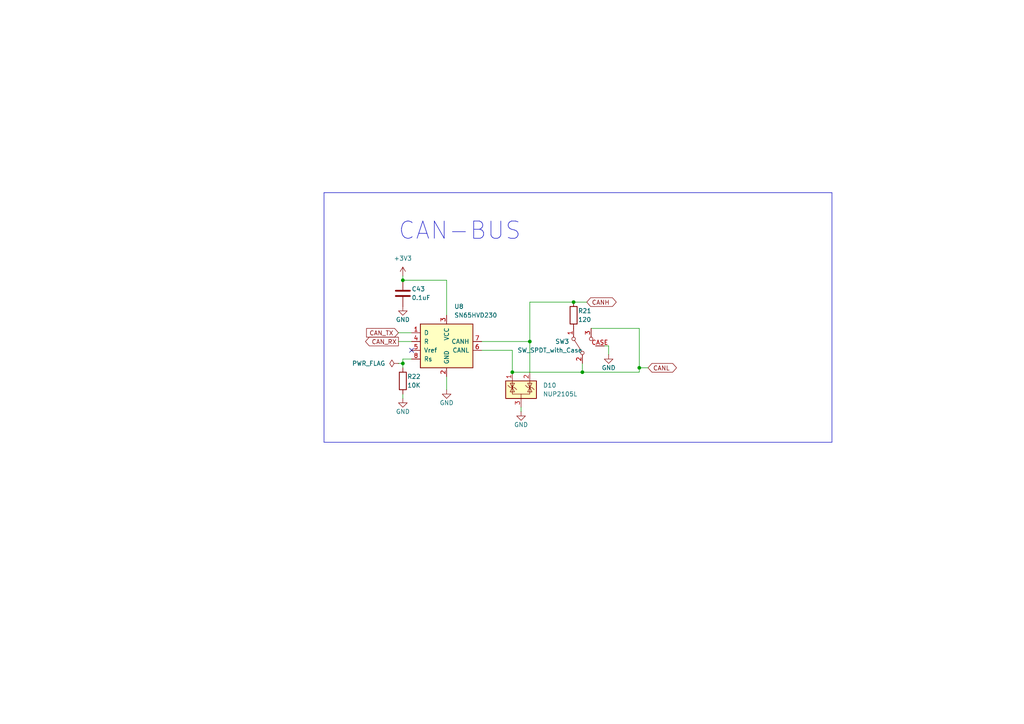
<source format=kicad_sch>
(kicad_sch (version 20250114) (generator "eeschema") (generator_version "9.0")
  (paper "A4")
  (lib_symbols
    (symbol "Device:C" (pin_numbers (hide yes)) (pin_names (offset 0.254))
      (property "Reference" "C" (at 0.635 2.54 0))
      (property "Value" "C" (at 0.635 -2.54 0))
      (symbol "C_0_1"
        (polyline (pts (xy -2.032 0.762) (xy 2.032 0.762)) (stroke (width 0.508)))
        (polyline (pts (xy -2.032 -0.762) (xy 2.032 -0.762)) (stroke (width 0.508)))
      )
      (symbol "C_1_1"
        (pin passive line (at 0 3.81 270) (length 2.794) (name "~") (number "1"))
        (pin passive line (at 0 -3.81 90) (length 2.794) (name "~") (number "2"))
      )
    )
    (symbol "Device:R" (pin_numbers (hide yes)) (pin_names (offset 0))
      (property "Reference" "R" (at 2.032 0 90))
      (property "Value" "R" (at 0 0 90))
      (symbol "R_0_1"
        (rectangle (start -1.016 -2.54) (end 1.016 2.54) (stroke (width 0.254)))
      )
      (symbol "R_1_1"
        (pin passive line (at 0 3.81 270) (length 1.27) (name "~") (number "1"))
        (pin passive line (at 0 -3.81 90) (length 1.27) (name "~") (number "2"))
      )
    )
    (symbol "Interface_CAN_LIN:SN65HVD230" (pin_names (offset 1.016))
      (property "Reference" "U" (at -2.54 10.16 0))
      (property "Value" "SN65HVD230" (at -2.54 7.62 0))
      (symbol "SN65HVD230_0_1"
        (rectangle (start -7.62 5.08) (end 7.62 -7.62) (stroke (width 0.254)) (fill (type background)))
      )
      (symbol "SN65HVD230_1_1"
        (pin input line (at -10.16 2.54 0) (length 2.54) (name "D") (number "1"))
        (pin output line (at -10.16 0 0) (length 2.54) (name "R") (number "4"))
        (pin output line (at -10.16 -2.54 0) (length 2.54) (name "Vref") (number "5"))
        (pin input line (at -10.16 -5.08 0) (length 2.54) (name "Rs") (number "8"))
        (pin power_in line (at 0 7.62 270) (length 2.54) (name "VCC") (number "3"))
        (pin power_in line (at 0 -10.16 90) (length 2.54) (name "GND") (number "2"))
        (pin bidirectional line (at 10.16 0 180) (length 2.54) (name "CANH") (number "7"))
        (pin bidirectional line (at 10.16 -2.54 180) (length 2.54) (name "CANL") (number "6"))
      )
    )
    (symbol "Power_Protection:NUP2105L" (pin_names (hide yes))
      (property "Reference" "D" (at 5.715 2.54 0))
      (property "Value" "NUP2105L" (at 5.715 0.635 0))
      (symbol "NUP2105L_0_0"
        (pin passive line (at 0 -5.08 90) (length 2.54) (name "A") (number "3"))
      )
      (symbol "NUP2105L_0_1"
        (rectangle (start -4.445 2.54) (end 4.445 -2.54) (stroke (width 0.254)) (fill (type background)))
        (polyline (pts (xy -3.81 1.27) (xy -3.175 0.635) (xy -1.905 0.635) (xy -1.27 0)))
        (polyline (pts (xy -2.54 2.54) (xy -2.54 0.635)))
        (polyline (pts (xy -2.54 0.635) (xy -2.54 -1.27) (xy 2.54 -1.27) (xy 2.54 0.635)))
        (polyline (pts (xy -2.54 0.635) (xy -1.905 -0.635) (xy -3.175 -0.635) (xy -2.54 0.635)))
        (polyline (pts (xy -2.54 0.635) (xy -3.175 1.905) (xy -1.905 1.905) (xy -2.54 0.635) (xy -2.54 1.27)))
        (polyline (pts (xy 0 -1.27) (xy 0 -2.54)))
        (polyline (pts (xy 1.27 1.27) (xy 1.905 0.635) (xy 2.54 0.635) (xy 3.175 0.635) (xy 3.81 0)))
        (polyline (pts (xy 2.54 2.54) (xy 2.54 0.635)))
        (polyline (pts (xy 2.54 0.635) (xy 1.905 -0.635) (xy 3.175 -0.635) (xy 2.54 0.635)))
        (polyline (pts (xy 2.54 0.635) (xy 3.175 1.905) (xy 1.905 1.905) (xy 2.54 0.635)))
      )
      (symbol "NUP2105L_1_1"
        (pin passive line (at -2.54 5.08 270) (length 2.54) (name "K") (number "1"))
        (pin passive line (at 2.54 5.08 270) (length 2.54) (name "K") (number "2"))
      )
    )
    (symbol "liebler_MECH:SW_SPDT_with_Case" (pin_names (offset 0) (hide yes))
      (property "Reference" "SW1" (at 0 7.62 0))
      (property "Value" "SW_SPDT_with_Case" (at 0 5.08 0))
      (symbol "SW_SPDT_with_Case_0_0"
        (circle (center -2.032 0) (radius 0.508))
        (circle (center 2.032 -2.54) (radius 0.508))
      )
      (symbol "SW_SPDT_with_Case_0_1"
        (polyline (pts (xy -1.524 0.254) (xy 1.651 2.286)))
        (circle (center 2.032 2.54) (radius 0.508))
      )
      (symbol "SW_SPDT_with_Case_1_1"
        (pin passive line (at -5.08 0 0) (length 2.54) (name "B") (number "2"))
        (pin passive line (at 0 -6.35 90) (length 2.54) (name "CASE") (number "CASE"))
        (pin passive line (at 5.08 2.54 180) (length 2.54) (name "A") (number "1"))
        (pin passive line (at 5.08 -2.54 180) (length 2.54) (name "C") (number "3"))
      )
    )
    (symbol "power:+3V3" (power) (pin_numbers (hide yes)) (pin_names (offset 0) (hide yes))
      (property "Value" "+3V3" (at 0 3.556 0))
      (symbol "+3V3_0_1"
        (polyline (pts (xy -0.762 1.27) (xy 0 2.54)))
        (polyline (pts (xy 0 2.54) (xy 0.762 1.27)))
        (polyline (pts (xy 0 0) (xy 0 2.54)))
      )
      (symbol "+3V3_1_1"
        (pin power_in line (at 0 0 90) (length 0) (name "~") (number "1"))
      )
    )
    (symbol "power:GND" (power) (pin_numbers (hide yes)) (pin_names (offset 0) (hide yes))
      (property "Value" "GND" (at 0 -3.81 0))
      (symbol "GND_0_1"
        (polyline (pts (xy 0 0) (xy 0 -1.27) (xy 1.27 -1.27) (xy 0 -2.54) (xy -1.27 -1.27) (xy 0 -1.27)))
      )
      (symbol "GND_1_1"
        (pin power_in line (at 0 0 270) (length 0) (name "~") (number "1"))
      )
    )
    (symbol "power:PWR_FLAG" (power) (pin_numbers (hide yes)) (pin_names (offset 0) (hide yes))
      (property "Value" "PWR_FLAG" (at 0 3.81 0))
      (symbol "PWR_FLAG_0_0"
        (pin power_out line (at 0 0 90) (length 0) (name "~") (number "1"))
      )
      (symbol "PWR_FLAG_0_1"
        (polyline (pts (xy 0 0) (xy 0 1.27) (xy -1.016 1.905) (xy 0 2.54) (xy 1.016 1.905) (xy 0 1.27)))
      )
    )
  )
  (text "CAN-BUS\n" (at 133.35 67.056 0) (effects (font (size 5 5))))
  (junction (at 116.84 81.28))
  (junction (at 168.91 107.95))
  (junction (at 116.84 105.41))
  (junction (at 166.37 87.63))
  (junction (at 153.67 99.06))
  (junction (at 185.42 106.68))
  (junction (at 148.59 107.95))
  (no_connect (at 119.38 101.6))
  (wire (pts (xy 171.45 95.25) (xy 185.42 95.25)))
  (polyline (pts (xy 93.98 55.88) (xy 241.3 55.88)))
  (wire (pts (xy 151.13 119.38) (xy 151.13 118.11)))
  (wire (pts (xy 153.67 99.06) (xy 153.67 107.95)))
  (polyline (pts (xy 93.98 128.27) (xy 241.3 128.27)))
  (wire (pts (xy 116.84 105.41) (xy 116.84 106.68)))
  (wire (pts (xy 176.53 102.87) (xy 176.53 100.33)))
  (wire (pts (xy 168.91 105.41) (xy 168.91 107.95)))
  (wire (pts (xy 116.84 114.3) (xy 116.84 115.57)))
  (wire (pts (xy 115.57 96.52) (xy 119.38 96.52)))
  (wire (pts (xy 139.7 101.6) (xy 148.59 101.6)))
  (polyline (pts (xy 241.3 128.27) (xy 241.3 55.88)))
  (wire (pts (xy 129.54 81.28) (xy 116.84 81.28)))
  (wire (pts (xy 153.67 87.63) (xy 153.67 99.06)))
  (wire (pts (xy 176.53 100.33) (xy 175.26 100.33)))
  (wire (pts (xy 139.7 99.06) (xy 153.67 99.06)))
  (wire (pts (xy 129.54 109.22) (xy 129.54 113.03)))
  (wire (pts (xy 153.67 87.63) (xy 166.37 87.63)))
  (wire (pts (xy 148.59 101.6) (xy 148.59 107.95)))
  (wire (pts (xy 115.57 105.41) (xy 116.84 105.41)))
  (wire (pts (xy 116.84 104.14) (xy 116.84 105.41)))
  (wire (pts (xy 129.54 81.28) (xy 129.54 91.44)))
  (wire (pts (xy 116.84 80.01) (xy 116.84 81.28)))
  (wire (pts (xy 115.57 99.06) (xy 119.38 99.06)))
  (wire (pts (xy 185.42 106.68) (xy 187.96 106.68)))
  (wire (pts (xy 185.42 95.25) (xy 185.42 106.68)))
  (polyline (pts (xy 93.98 55.88) (xy 93.98 128.27)))
  (wire (pts (xy 148.59 107.95) (xy 168.91 107.95)))
  (wire (pts (xy 119.38 104.14) (xy 116.84 104.14)))
  (wire (pts (xy 168.91 107.95) (xy 185.42 107.95)))
  (wire (pts (xy 185.42 106.68) (xy 185.42 107.95)))
  (wire (pts (xy 166.37 87.63) (xy 170.18 87.63)))
  (global_label "CANL" (shape bidirectional) (at 187.96 106.68 0) (property "Intersheetrefs" "${INTERSHEET_REFS}" (effects (hide yes))))
  (global_label "CANH" (shape bidirectional) (at 170.18 87.63 0) (property "Intersheetrefs" "${INTERSHEET_REFS}" (effects (hide yes))))
  (global_label "CAN_RX" (shape output) (at 115.57 99.06 180) (property "Intersheetrefs" "${INTERSHEET_REFS}" (effects (hide yes))))
  (global_label "CAN_TX" (shape input) (at 115.57 96.52 180) (property "Intersheetrefs" "${INTERSHEET_REFS}" (effects (hide yes))))
  (symbol (lib_id "Device:R") (at 116.84 110.49 0) (unit 1)
    (property "Reference" "R22" (at 118.11 109.22 0) (effects (justify left)))
    (property "Value" "10K" (at 118.11 111.76 0) (effects (justify left)))
    (property "Footprint" "Resistor_SMD:R_0201_0603Metric" (effects (hide yes)))
    (property "Description" "Resistor" (effects (hide yes)))
  )
  (symbol (lib_id "power:+3V3") (at 116.84 80.01 0) (unit 1)
    (property "Reference" "#PWR035" (effects (hide yes)))
    (property "Value" "+3V3" (at 116.84 74.93 0))
    (property "Description" "Power symbol creates a global label with name \"+3V3\"" (effects (hide yes)))
  )
  (symbol (lib_id "power:GND") (at 129.54 113.03 0) (unit 1)
    (property "Reference" "#PWR062" (effects (hide yes)))
    (property "Value" "GND" (at 129.54 116.84 0))
    (property "Description" "Power symbol creates a global label with name \"GND\" , ground" (effects (hide yes)))
  )
  (symbol (lib_id "power:GND") (at 116.84 88.9 0) (unit 1)
    (property "Reference" "#PWR060" (effects (hide yes)))
    (property "Value" "GND" (at 116.84 92.71 0))
    (property "Description" "Power symbol creates a global label with name \"GND\" , ground" (effects (hide yes)))
  )
  (symbol (lib_id "power:PWR_FLAG") (at 115.57 105.41 90) (unit 1)
    (property "Reference" "#FLG01" (effects (hide yes)))
    (property "Value" "PWR_FLAG" (at 111.76 105.4099 90) (effects (justify left)))
    (property "Description" "Special symbol for telling ERC where power comes from" (effects (hide yes)))
  )
  (symbol (lib_id "power:GND") (at 176.53 102.87 0) (unit 1)
    (property "Reference" "#PWR024" (effects (hide yes)))
    (property "Value" "GND" (at 176.53 106.68 0))
    (property "Description" "Power symbol creates a global label with name \"GND\" , ground" (effects (hide yes)))
  )
  (symbol (lib_id "Device:R") (at 166.37 91.44 0) (unit 1)
    (property "Reference" "R21" (at 167.64 90.17 0) (effects (justify left)))
    (property "Value" "120" (at 167.64 92.71 0) (effects (justify left)))
    (property "Footprint" "Resistor_SMD:R_0201_0603Metric" (effects (hide yes)))
    (property "Description" "Resistor" (effects (hide yes)))
  )
  (symbol (lib_id "power:GND") (at 151.13 119.38 0) (unit 1)
    (property "Reference" "#PWR063" (effects (hide yes)))
    (property "Value" "GND" (at 151.13 123.19 0))
    (property "Description" "Power symbol creates a global label with name \"GND\" , ground" (effects (hide yes)))
  )
  (symbol (lib_id "Device:C") (at 116.84 85.09 0) (unit 1)
    (property "Reference" "C43" (at 119.38 83.82 0) (effects (justify left)))
    (property "Value" "0.1uF" (at 119.38 86.36 0) (effects (justify left)))
    (property "Footprint" "Capacitor_SMD:C_0402_1005Metric" (effects (hide yes)))
    (property "Description" "Unpolarized capacitor" (effects (hide yes)))
  )
  (symbol (lib_id "Interface_CAN_LIN:SN65HVD230") (at 129.54 99.06 0) (unit 1)
    (property "Reference" "U8" (at 131.7341 88.9 0) (effects (justify left)))
    (property "Value" "SN65HVD230" (at 131.7341 91.44 0) (effects (justify left)))
    (property "Footprint" "Package_SO:SOIC-8_3.9x4.9mm_P1.27mm" (effects (hide yes)))
    (property "Datasheet" "http://www.ti.com/lit/ds/symlink/sn65hvd230.pdf" (effects (hide yes)))
    (property "Description" "CAN Bus Transceivers, 3.3V, 1Mbps, Low-Power capabilities, SOIC-8" (effects (hide yes)))
  )
  (symbol (lib_id "Power_Protection:NUP2105L") (at 151.13 113.03 0) (unit 1)
    (property "Reference" "D10" (at 157.48 111.7599 0) (effects (justify left)))
    (property "Value" "NUP2105L" (at 157.48 114.2999 0) (effects (justify left)))
    (property "Footprint" "Package_TO_SOT_SMD:SOT-23" (effects (hide yes)))
    (property "Datasheet" "https://www.onsemi.com/pub_link/Collateral/NUP2105L-D.PDF" (effects (hide yes)))
    (property "Description" "Dual Line CAN Bus Protector, 24Vrwm" (effects (hide yes)))
  )
  (symbol (lib_id "liebler_MECH:SW_SPDT_with_Case") (at 168.91 100.33 90) (unit 1)
    (property "Reference" "SW3" (at 165.1 99.0599 90) (effects (justify left)))
    (property "Value" "SW_SPDT_with_Case" (at 168.91 101.6 90) (effects (justify left)))
    (property "Footprint" "liebler_MECH:SW_SPDT_PCM12_handsolder" (effects (hide yes)))
    (property "Description" "Switch, single pole double throw" (effects (hide yes)))
  )
  (symbol (lib_id "power:GND") (at 116.84 115.57 0) (unit 1)
    (property "Reference" "#PWR061" (effects (hide yes)))
    (property "Value" "GND" (at 116.84 119.38 0))
    (property "Description" "Power symbol creates a global label with name \"GND\" , ground" (effects (hide yes)))
  )
)
</source>
